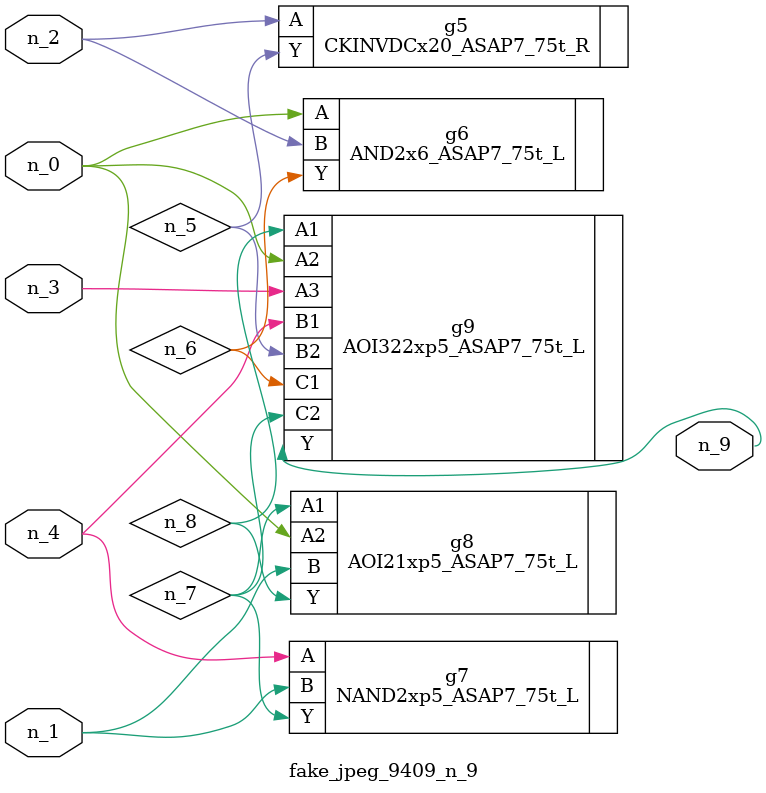
<source format=v>
module fake_jpeg_9409_n_9 (n_3, n_2, n_1, n_0, n_4, n_9);

input n_3;
input n_2;
input n_1;
input n_0;
input n_4;

output n_9;

wire n_8;
wire n_6;
wire n_5;
wire n_7;

CKINVDCx20_ASAP7_75t_R g5 ( 
.A(n_2),
.Y(n_5)
);

AND2x6_ASAP7_75t_L g6 ( 
.A(n_0),
.B(n_2),
.Y(n_6)
);

NAND2xp5_ASAP7_75t_L g7 ( 
.A(n_4),
.B(n_1),
.Y(n_7)
);

AOI21xp5_ASAP7_75t_L g8 ( 
.A1(n_7),
.A2(n_0),
.B(n_1),
.Y(n_8)
);

AOI322xp5_ASAP7_75t_L g9 ( 
.A1(n_8),
.A2(n_0),
.A3(n_3),
.B1(n_4),
.B2(n_5),
.C1(n_6),
.C2(n_7),
.Y(n_9)
);


endmodule
</source>
